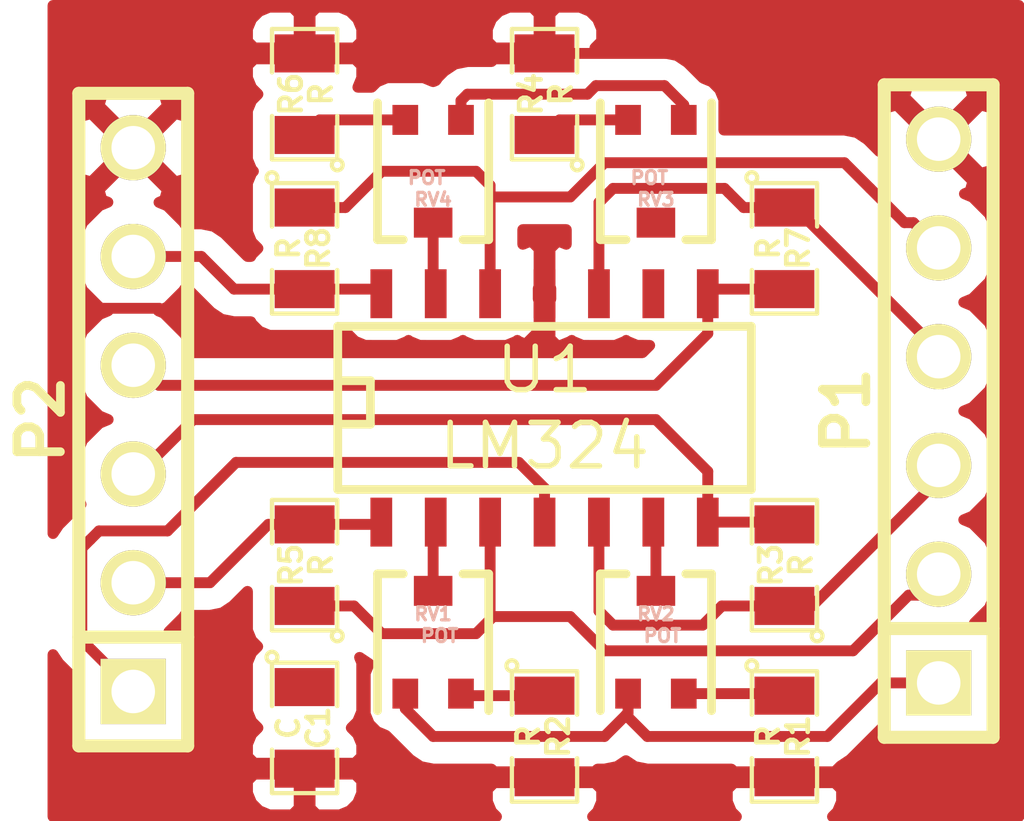
<source format=kicad_pcb>
(kicad_pcb (version 3) (host pcbnew "(2013-04-19 BZR 4011)-stable")

  (general
    (links 38)
    (no_connects 4)
    (area 0 0 0 0)
    (thickness 1.6)
    (drawings 0)
    (tracks 123)
    (zones 0)
    (modules 16)
    (nets 19)
  )

  (page A3)
  (layers
    (15 F.Cu signal)
    (0 B.Cu signal)
    (16 B.Adhes user)
    (17 F.Adhes user)
    (18 B.Paste user)
    (19 F.Paste user)
    (20 B.SilkS user)
    (21 F.SilkS user)
    (22 B.Mask user)
    (23 F.Mask user)
    (24 Dwgs.User user)
    (25 Cmts.User user)
    (26 Eco1.User user)
    (27 Eco2.User user)
    (28 Edge.Cuts user)
  )

  (setup
    (last_trace_width 0.254)
    (trace_clearance 0.254)
    (zone_clearance 0.508)
    (zone_45_only no)
    (trace_min 0.254)
    (segment_width 0.2)
    (edge_width 0.1)
    (via_size 0.889)
    (via_drill 0.635)
    (via_min_size 0.889)
    (via_min_drill 0.508)
    (uvia_size 0.508)
    (uvia_drill 0.127)
    (uvias_allowed no)
    (uvia_min_size 0.508)
    (uvia_min_drill 0.127)
    (pcb_text_width 0.3)
    (pcb_text_size 1.5 1.5)
    (mod_edge_width 0.15)
    (mod_text_size 1 1)
    (mod_text_width 0.15)
    (pad_size 1.5 1.5)
    (pad_drill 0.6)
    (pad_to_mask_clearance 0)
    (aux_axis_origin 0 0)
    (visible_elements FFFFFBBF)
    (pcbplotparams
      (layerselection 3178497)
      (usegerberextensions true)
      (excludeedgelayer true)
      (linewidth 152400)
      (plotframeref false)
      (viasonmask false)
      (mode 1)
      (useauxorigin false)
      (hpglpennumber 1)
      (hpglpenspeed 20)
      (hpglpendiameter 15)
      (hpglpenoverlay 2)
      (psnegative false)
      (psa4output false)
      (plotreference true)
      (plotvalue true)
      (plotothertext true)
      (plotinvisibletext false)
      (padsonsilk false)
      (subtractmaskfromsilk false)
      (outputformat 1)
      (mirror false)
      (drillshape 1)
      (scaleselection 1)
      (outputdirectory ""))
  )

  (net 0 "")
  (net 1 +3.3V)
  (net 2 /IN_1)
  (net 3 /IN_2)
  (net 4 /IN_3)
  (net 5 /IN_4)
  (net 6 /OUT_1)
  (net 7 /OUT_2)
  (net 8 /OUT_3)
  (net 9 /OUT_4)
  (net 10 GND)
  (net 11 N-0000012)
  (net 12 N-0000013)
  (net 13 N-0000014)
  (net 14 N-0000016)
  (net 15 N-0000018)
  (net 16 N-000002)
  (net 17 N-000005)
  (net 18 N-000007)

  (net_class Default "Esta é a classe de net default."
    (clearance 0.254)
    (trace_width 0.254)
    (via_dia 0.889)
    (via_drill 0.635)
    (uvia_dia 0.508)
    (uvia_drill 0.127)
    (add_net "")
    (add_net +3.3V)
    (add_net /IN_1)
    (add_net /IN_2)
    (add_net /IN_3)
    (add_net /IN_4)
    (add_net /OUT_1)
    (add_net /OUT_2)
    (add_net /OUT_3)
    (add_net /OUT_4)
    (add_net GND)
    (add_net N-0000012)
    (add_net N-0000013)
    (add_net N-0000014)
    (add_net N-0000016)
    (add_net N-0000018)
    (add_net N-000002)
    (add_net N-000005)
    (add_net N-000007)
  )

  (module SO14E (layer F.Cu) (tedit 42806FBF) (tstamp 51C623CF)
    (at 144.2 93)
    (descr "module CMS SOJ 14 pins etroit")
    (tags "CMS SOJ")
    (path /51C6217F)
    (attr smd)
    (fp_text reference U1 (at 0 -0.762) (layer F.SilkS)
      (effects (font (size 1.016 1.143) (thickness 0.127)))
    )
    (fp_text value LM324 (at 0 1.016) (layer F.SilkS)
      (effects (font (size 1.016 1.016) (thickness 0.127)))
    )
    (fp_line (start -4.826 -1.778) (end 4.826 -1.778) (layer F.SilkS) (width 0.2032))
    (fp_line (start 4.826 -1.778) (end 4.826 2.032) (layer F.SilkS) (width 0.2032))
    (fp_line (start 4.826 2.032) (end -4.826 2.032) (layer F.SilkS) (width 0.2032))
    (fp_line (start -4.826 2.032) (end -4.826 -1.778) (layer F.SilkS) (width 0.2032))
    (fp_line (start -4.826 -0.508) (end -4.064 -0.508) (layer F.SilkS) (width 0.2032))
    (fp_line (start -4.064 -0.508) (end -4.064 0.508) (layer F.SilkS) (width 0.2032))
    (fp_line (start -4.064 0.508) (end -4.826 0.508) (layer F.SilkS) (width 0.2032))
    (pad 1 smd rect (at -3.81 2.794) (size 0.508 1.143)
      (layers F.Cu F.Paste F.Mask)
      (net 6 /OUT_1)
    )
    (pad 2 smd rect (at -2.54 2.794) (size 0.508 1.143)
      (layers F.Cu F.Paste F.Mask)
      (net 13 N-0000014)
    )
    (pad 3 smd rect (at -1.27 2.794) (size 0.508 1.143)
      (layers F.Cu F.Paste F.Mask)
      (net 2 /IN_1)
    )
    (pad 4 smd rect (at 0 2.794) (size 0.508 1.143)
      (layers F.Cu F.Paste F.Mask)
      (net 1 +3.3V)
    )
    (pad 5 smd rect (at 1.27 2.794) (size 0.508 1.143)
      (layers F.Cu F.Paste F.Mask)
      (net 4 /IN_3)
    )
    (pad 6 smd rect (at 2.54 2.794) (size 0.508 1.143)
      (layers F.Cu F.Paste F.Mask)
      (net 17 N-000005)
    )
    (pad 7 smd rect (at 3.81 2.794) (size 0.508 1.143)
      (layers F.Cu F.Paste F.Mask)
      (net 8 /OUT_3)
    )
    (pad 8 smd rect (at 3.81 -2.54) (size 0.508 1.143)
      (layers F.Cu F.Paste F.Mask)
      (net 7 /OUT_2)
    )
    (pad 9 smd rect (at 2.54 -2.54) (size 0.508 1.143)
      (layers F.Cu F.Paste F.Mask)
      (net 18 N-000007)
    )
    (pad 10 smd rect (at 1.27 -2.54) (size 0.508 1.143)
      (layers F.Cu F.Paste F.Mask)
      (net 3 /IN_2)
    )
    (pad 11 smd rect (at 0 -2.54) (size 0.508 1.143)
      (layers F.Cu F.Paste F.Mask)
      (net 10 GND)
    )
    (pad 12 smd rect (at -1.27 -2.54) (size 0.508 1.143)
      (layers F.Cu F.Paste F.Mask)
      (net 5 /IN_4)
    )
    (pad 13 smd rect (at -2.54 -2.54) (size 0.508 1.143)
      (layers F.Cu F.Paste F.Mask)
      (net 11 N-0000012)
    )
    (pad 14 smd rect (at -3.81 -2.54) (size 0.508 1.143)
      (layers F.Cu F.Paste F.Mask)
      (net 9 /OUT_4)
    )
    (model smd/cms_so14.wrl
      (at (xyz 0 0 0))
      (scale (xyz 0.5 0.3 0.5))
      (rotate (xyz 0 0 0))
    )
  )

  (module SM0805 (layer F.Cu) (tedit 5091495C) (tstamp 51C623DC)
    (at 138.6 96.8 90)
    (path /51C61457)
    (attr smd)
    (fp_text reference R5 (at 0 -0.3175 90) (layer F.SilkS)
      (effects (font (size 0.50038 0.50038) (thickness 0.10922)))
    )
    (fp_text value R (at 0 0.381 90) (layer F.SilkS)
      (effects (font (size 0.50038 0.50038) (thickness 0.10922)))
    )
    (fp_circle (center -1.651 0.762) (end -1.651 0.635) (layer F.SilkS) (width 0.09906))
    (fp_line (start -0.508 0.762) (end -1.524 0.762) (layer F.SilkS) (width 0.09906))
    (fp_line (start -1.524 0.762) (end -1.524 -0.762) (layer F.SilkS) (width 0.09906))
    (fp_line (start -1.524 -0.762) (end -0.508 -0.762) (layer F.SilkS) (width 0.09906))
    (fp_line (start 0.508 -0.762) (end 1.524 -0.762) (layer F.SilkS) (width 0.09906))
    (fp_line (start 1.524 -0.762) (end 1.524 0.762) (layer F.SilkS) (width 0.09906))
    (fp_line (start 1.524 0.762) (end 0.508 0.762) (layer F.SilkS) (width 0.09906))
    (pad 1 smd rect (at -0.9525 0 90) (size 0.889 1.397)
      (layers F.Cu F.Paste F.Mask)
      (net 2 /IN_1)
    )
    (pad 2 smd rect (at 0.9525 0 90) (size 0.889 1.397)
      (layers F.Cu F.Paste F.Mask)
      (net 6 /OUT_1)
    )
    (model smd/chip_cms.wrl
      (at (xyz 0 0 0))
      (scale (xyz 0.1 0.1 0.1))
      (rotate (xyz 0 0 0))
    )
  )

  (module SM0805 (layer F.Cu) (tedit 5091495C) (tstamp 51C623E9)
    (at 144.2 100.8 270)
    (path /51C61476)
    (attr smd)
    (fp_text reference R2 (at 0 -0.3175 270) (layer F.SilkS)
      (effects (font (size 0.50038 0.50038) (thickness 0.10922)))
    )
    (fp_text value R (at 0 0.381 270) (layer F.SilkS)
      (effects (font (size 0.50038 0.50038) (thickness 0.10922)))
    )
    (fp_circle (center -1.651 0.762) (end -1.651 0.635) (layer F.SilkS) (width 0.09906))
    (fp_line (start -0.508 0.762) (end -1.524 0.762) (layer F.SilkS) (width 0.09906))
    (fp_line (start -1.524 0.762) (end -1.524 -0.762) (layer F.SilkS) (width 0.09906))
    (fp_line (start -1.524 -0.762) (end -0.508 -0.762) (layer F.SilkS) (width 0.09906))
    (fp_line (start 0.508 -0.762) (end 1.524 -0.762) (layer F.SilkS) (width 0.09906))
    (fp_line (start 1.524 -0.762) (end 1.524 0.762) (layer F.SilkS) (width 0.09906))
    (fp_line (start 1.524 0.762) (end 0.508 0.762) (layer F.SilkS) (width 0.09906))
    (pad 1 smd rect (at -0.9525 0 270) (size 0.889 1.397)
      (layers F.Cu F.Paste F.Mask)
      (net 14 N-0000016)
    )
    (pad 2 smd rect (at 0.9525 0 270) (size 0.889 1.397)
      (layers F.Cu F.Paste F.Mask)
      (net 10 GND)
    )
    (model smd/chip_cms.wrl
      (at (xyz 0 0 0))
      (scale (xyz 0.1 0.1 0.1))
      (rotate (xyz 0 0 0))
    )
  )

  (module SM0805 (layer F.Cu) (tedit 5091495C) (tstamp 51C623F6)
    (at 149.8 89.4 270)
    (path /51C62250)
    (attr smd)
    (fp_text reference R7 (at 0 -0.3175 270) (layer F.SilkS)
      (effects (font (size 0.50038 0.50038) (thickness 0.10922)))
    )
    (fp_text value R (at 0 0.381 270) (layer F.SilkS)
      (effects (font (size 0.50038 0.50038) (thickness 0.10922)))
    )
    (fp_circle (center -1.651 0.762) (end -1.651 0.635) (layer F.SilkS) (width 0.09906))
    (fp_line (start -0.508 0.762) (end -1.524 0.762) (layer F.SilkS) (width 0.09906))
    (fp_line (start -1.524 0.762) (end -1.524 -0.762) (layer F.SilkS) (width 0.09906))
    (fp_line (start -1.524 -0.762) (end -0.508 -0.762) (layer F.SilkS) (width 0.09906))
    (fp_line (start 0.508 -0.762) (end 1.524 -0.762) (layer F.SilkS) (width 0.09906))
    (fp_line (start 1.524 -0.762) (end 1.524 0.762) (layer F.SilkS) (width 0.09906))
    (fp_line (start 1.524 0.762) (end 0.508 0.762) (layer F.SilkS) (width 0.09906))
    (pad 1 smd rect (at -0.9525 0 270) (size 0.889 1.397)
      (layers F.Cu F.Paste F.Mask)
      (net 3 /IN_2)
    )
    (pad 2 smd rect (at 0.9525 0 270) (size 0.889 1.397)
      (layers F.Cu F.Paste F.Mask)
      (net 7 /OUT_2)
    )
    (model smd/chip_cms.wrl
      (at (xyz 0 0 0))
      (scale (xyz 0.1 0.1 0.1))
      (rotate (xyz 0 0 0))
    )
  )

  (module SM0805 (layer F.Cu) (tedit 5091495C) (tstamp 51C62403)
    (at 144.2 85.8 90)
    (path /51C62256)
    (attr smd)
    (fp_text reference R4 (at 0 -0.3175 90) (layer F.SilkS)
      (effects (font (size 0.50038 0.50038) (thickness 0.10922)))
    )
    (fp_text value R (at 0 0.381 90) (layer F.SilkS)
      (effects (font (size 0.50038 0.50038) (thickness 0.10922)))
    )
    (fp_circle (center -1.651 0.762) (end -1.651 0.635) (layer F.SilkS) (width 0.09906))
    (fp_line (start -0.508 0.762) (end -1.524 0.762) (layer F.SilkS) (width 0.09906))
    (fp_line (start -1.524 0.762) (end -1.524 -0.762) (layer F.SilkS) (width 0.09906))
    (fp_line (start -1.524 -0.762) (end -0.508 -0.762) (layer F.SilkS) (width 0.09906))
    (fp_line (start 0.508 -0.762) (end 1.524 -0.762) (layer F.SilkS) (width 0.09906))
    (fp_line (start 1.524 -0.762) (end 1.524 0.762) (layer F.SilkS) (width 0.09906))
    (fp_line (start 1.524 0.762) (end 0.508 0.762) (layer F.SilkS) (width 0.09906))
    (pad 1 smd rect (at -0.9525 0 90) (size 0.889 1.397)
      (layers F.Cu F.Paste F.Mask)
      (net 15 N-0000018)
    )
    (pad 2 smd rect (at 0.9525 0 90) (size 0.889 1.397)
      (layers F.Cu F.Paste F.Mask)
      (net 10 GND)
    )
    (model smd/chip_cms.wrl
      (at (xyz 0 0 0))
      (scale (xyz 0.1 0.1 0.1))
      (rotate (xyz 0 0 0))
    )
  )

  (module SM0805 (layer F.Cu) (tedit 5091495C) (tstamp 51C62410)
    (at 149.8 96.8 90)
    (path /51C62288)
    (attr smd)
    (fp_text reference R3 (at 0 -0.3175 90) (layer F.SilkS)
      (effects (font (size 0.50038 0.50038) (thickness 0.10922)))
    )
    (fp_text value R (at 0 0.381 90) (layer F.SilkS)
      (effects (font (size 0.50038 0.50038) (thickness 0.10922)))
    )
    (fp_circle (center -1.651 0.762) (end -1.651 0.635) (layer F.SilkS) (width 0.09906))
    (fp_line (start -0.508 0.762) (end -1.524 0.762) (layer F.SilkS) (width 0.09906))
    (fp_line (start -1.524 0.762) (end -1.524 -0.762) (layer F.SilkS) (width 0.09906))
    (fp_line (start -1.524 -0.762) (end -0.508 -0.762) (layer F.SilkS) (width 0.09906))
    (fp_line (start 0.508 -0.762) (end 1.524 -0.762) (layer F.SilkS) (width 0.09906))
    (fp_line (start 1.524 -0.762) (end 1.524 0.762) (layer F.SilkS) (width 0.09906))
    (fp_line (start 1.524 0.762) (end 0.508 0.762) (layer F.SilkS) (width 0.09906))
    (pad 1 smd rect (at -0.9525 0 90) (size 0.889 1.397)
      (layers F.Cu F.Paste F.Mask)
      (net 4 /IN_3)
    )
    (pad 2 smd rect (at 0.9525 0 90) (size 0.889 1.397)
      (layers F.Cu F.Paste F.Mask)
      (net 8 /OUT_3)
    )
    (model smd/chip_cms.wrl
      (at (xyz 0 0 0))
      (scale (xyz 0.1 0.1 0.1))
      (rotate (xyz 0 0 0))
    )
  )

  (module SM0805 (layer F.Cu) (tedit 5091495C) (tstamp 51C6241D)
    (at 149.8 100.8 270)
    (path /51C6228E)
    (attr smd)
    (fp_text reference R1 (at 0 -0.3175 270) (layer F.SilkS)
      (effects (font (size 0.50038 0.50038) (thickness 0.10922)))
    )
    (fp_text value R (at 0 0.381 270) (layer F.SilkS)
      (effects (font (size 0.50038 0.50038) (thickness 0.10922)))
    )
    (fp_circle (center -1.651 0.762) (end -1.651 0.635) (layer F.SilkS) (width 0.09906))
    (fp_line (start -0.508 0.762) (end -1.524 0.762) (layer F.SilkS) (width 0.09906))
    (fp_line (start -1.524 0.762) (end -1.524 -0.762) (layer F.SilkS) (width 0.09906))
    (fp_line (start -1.524 -0.762) (end -0.508 -0.762) (layer F.SilkS) (width 0.09906))
    (fp_line (start 0.508 -0.762) (end 1.524 -0.762) (layer F.SilkS) (width 0.09906))
    (fp_line (start 1.524 -0.762) (end 1.524 0.762) (layer F.SilkS) (width 0.09906))
    (fp_line (start 1.524 0.762) (end 0.508 0.762) (layer F.SilkS) (width 0.09906))
    (pad 1 smd rect (at -0.9525 0 270) (size 0.889 1.397)
      (layers F.Cu F.Paste F.Mask)
      (net 16 N-000002)
    )
    (pad 2 smd rect (at 0.9525 0 270) (size 0.889 1.397)
      (layers F.Cu F.Paste F.Mask)
      (net 10 GND)
    )
    (model smd/chip_cms.wrl
      (at (xyz 0 0 0))
      (scale (xyz 0.1 0.1 0.1))
      (rotate (xyz 0 0 0))
    )
  )

  (module SM0805 (layer F.Cu) (tedit 5091495C) (tstamp 51C6242A)
    (at 138.6 89.4 270)
    (path /51C622C0)
    (attr smd)
    (fp_text reference R8 (at 0 -0.3175 270) (layer F.SilkS)
      (effects (font (size 0.50038 0.50038) (thickness 0.10922)))
    )
    (fp_text value R (at 0 0.381 270) (layer F.SilkS)
      (effects (font (size 0.50038 0.50038) (thickness 0.10922)))
    )
    (fp_circle (center -1.651 0.762) (end -1.651 0.635) (layer F.SilkS) (width 0.09906))
    (fp_line (start -0.508 0.762) (end -1.524 0.762) (layer F.SilkS) (width 0.09906))
    (fp_line (start -1.524 0.762) (end -1.524 -0.762) (layer F.SilkS) (width 0.09906))
    (fp_line (start -1.524 -0.762) (end -0.508 -0.762) (layer F.SilkS) (width 0.09906))
    (fp_line (start 0.508 -0.762) (end 1.524 -0.762) (layer F.SilkS) (width 0.09906))
    (fp_line (start 1.524 -0.762) (end 1.524 0.762) (layer F.SilkS) (width 0.09906))
    (fp_line (start 1.524 0.762) (end 0.508 0.762) (layer F.SilkS) (width 0.09906))
    (pad 1 smd rect (at -0.9525 0 270) (size 0.889 1.397)
      (layers F.Cu F.Paste F.Mask)
      (net 5 /IN_4)
    )
    (pad 2 smd rect (at 0.9525 0 270) (size 0.889 1.397)
      (layers F.Cu F.Paste F.Mask)
      (net 9 /OUT_4)
    )
    (model smd/chip_cms.wrl
      (at (xyz 0 0 0))
      (scale (xyz 0.1 0.1 0.1))
      (rotate (xyz 0 0 0))
    )
  )

  (module SM0805 (layer F.Cu) (tedit 5091495C) (tstamp 51C62437)
    (at 138.6 85.8 90)
    (path /51C622C6)
    (attr smd)
    (fp_text reference R6 (at 0 -0.3175 90) (layer F.SilkS)
      (effects (font (size 0.50038 0.50038) (thickness 0.10922)))
    )
    (fp_text value R (at 0 0.381 90) (layer F.SilkS)
      (effects (font (size 0.50038 0.50038) (thickness 0.10922)))
    )
    (fp_circle (center -1.651 0.762) (end -1.651 0.635) (layer F.SilkS) (width 0.09906))
    (fp_line (start -0.508 0.762) (end -1.524 0.762) (layer F.SilkS) (width 0.09906))
    (fp_line (start -1.524 0.762) (end -1.524 -0.762) (layer F.SilkS) (width 0.09906))
    (fp_line (start -1.524 -0.762) (end -0.508 -0.762) (layer F.SilkS) (width 0.09906))
    (fp_line (start 0.508 -0.762) (end 1.524 -0.762) (layer F.SilkS) (width 0.09906))
    (fp_line (start 1.524 -0.762) (end 1.524 0.762) (layer F.SilkS) (width 0.09906))
    (fp_line (start 1.524 0.762) (end 0.508 0.762) (layer F.SilkS) (width 0.09906))
    (pad 1 smd rect (at -0.9525 0 90) (size 0.889 1.397)
      (layers F.Cu F.Paste F.Mask)
      (net 12 N-0000013)
    )
    (pad 2 smd rect (at 0.9525 0 90) (size 0.889 1.397)
      (layers F.Cu F.Paste F.Mask)
      (net 10 GND)
    )
    (model smd/chip_cms.wrl
      (at (xyz 0 0 0))
      (scale (xyz 0.1 0.1 0.1))
      (rotate (xyz 0 0 0))
    )
  )

  (module PIN_ARRAY-6X1 (layer F.Cu) (tedit 41402119) (tstamp 51C6247E)
    (at 134.6 93.4 90)
    (descr "Connecteur 6 pins")
    (tags "CONN DEV")
    (path /51C616AB)
    (fp_text reference P2 (at 0 -2.159 90) (layer F.SilkS)
      (effects (font (size 1.016 1.016) (thickness 0.2032)))
    )
    (fp_text value CONN_6 (at 0 2.159 90) (layer F.SilkS) hide
      (effects (font (size 1.016 0.889) (thickness 0.2032)))
    )
    (fp_line (start -7.62 1.27) (end -7.62 -1.27) (layer F.SilkS) (width 0.3048))
    (fp_line (start -7.62 -1.27) (end 7.62 -1.27) (layer F.SilkS) (width 0.3048))
    (fp_line (start 7.62 -1.27) (end 7.62 1.27) (layer F.SilkS) (width 0.3048))
    (fp_line (start 7.62 1.27) (end -7.62 1.27) (layer F.SilkS) (width 0.3048))
    (fp_line (start -5.08 1.27) (end -5.08 -1.27) (layer F.SilkS) (width 0.3048))
    (pad 1 thru_hole rect (at -6.35 0 90) (size 1.524 1.524) (drill 1.016)
      (layers *.Cu *.Mask F.SilkS)
      (net 1 +3.3V)
    )
    (pad 2 thru_hole circle (at -3.81 0 90) (size 1.524 1.524) (drill 1.016)
      (layers *.Cu *.Mask F.SilkS)
      (net 6 /OUT_1)
    )
    (pad 3 thru_hole circle (at -1.27 0 90) (size 1.524 1.524) (drill 1.016)
      (layers *.Cu *.Mask F.SilkS)
      (net 8 /OUT_3)
    )
    (pad 4 thru_hole circle (at 1.27 0 90) (size 1.524 1.524) (drill 1.016)
      (layers *.Cu *.Mask F.SilkS)
      (net 7 /OUT_2)
    )
    (pad 5 thru_hole circle (at 3.81 0 90) (size 1.524 1.524) (drill 1.016)
      (layers *.Cu *.Mask F.SilkS)
      (net 9 /OUT_4)
    )
    (pad 6 thru_hole circle (at 6.35 0 90) (size 1.524 1.524) (drill 1.016)
      (layers *.Cu *.Mask F.SilkS)
      (net 10 GND)
    )
    (model pin_array/pins_array_6x1.wrl
      (at (xyz 0 0 0))
      (scale (xyz 1 1 1))
      (rotate (xyz 0 0 0))
    )
  )

  (module PIN_ARRAY-6X1 (layer F.Cu) (tedit 41402119) (tstamp 51C6248D)
    (at 153.4 93.2 90)
    (descr "Connecteur 6 pins")
    (tags "CONN DEV")
    (path /51C616B8)
    (fp_text reference P1 (at 0 -2.159 90) (layer F.SilkS)
      (effects (font (size 1.016 1.016) (thickness 0.2032)))
    )
    (fp_text value CONN_6 (at 0 2.159 90) (layer F.SilkS) hide
      (effects (font (size 1.016 0.889) (thickness 0.2032)))
    )
    (fp_line (start -7.62 1.27) (end -7.62 -1.27) (layer F.SilkS) (width 0.3048))
    (fp_line (start -7.62 -1.27) (end 7.62 -1.27) (layer F.SilkS) (width 0.3048))
    (fp_line (start 7.62 -1.27) (end 7.62 1.27) (layer F.SilkS) (width 0.3048))
    (fp_line (start 7.62 1.27) (end -7.62 1.27) (layer F.SilkS) (width 0.3048))
    (fp_line (start -5.08 1.27) (end -5.08 -1.27) (layer F.SilkS) (width 0.3048))
    (pad 1 thru_hole rect (at -6.35 0 90) (size 1.524 1.524) (drill 1.016)
      (layers *.Cu *.Mask F.SilkS)
      (net 1 +3.3V)
    )
    (pad 2 thru_hole circle (at -3.81 0 90) (size 1.524 1.524) (drill 1.016)
      (layers *.Cu *.Mask F.SilkS)
      (net 2 /IN_1)
    )
    (pad 3 thru_hole circle (at -1.27 0 90) (size 1.524 1.524) (drill 1.016)
      (layers *.Cu *.Mask F.SilkS)
      (net 4 /IN_3)
    )
    (pad 4 thru_hole circle (at 1.27 0 90) (size 1.524 1.524) (drill 1.016)
      (layers *.Cu *.Mask F.SilkS)
      (net 3 /IN_2)
    )
    (pad 5 thru_hole circle (at 3.81 0 90) (size 1.524 1.524) (drill 1.016)
      (layers *.Cu *.Mask F.SilkS)
      (net 5 /IN_4)
    )
    (pad 6 thru_hole circle (at 6.35 0 90) (size 1.524 1.524) (drill 1.016)
      (layers *.Cu *.Mask F.SilkS)
      (net 10 GND)
    )
    (model pin_array/pins_array_6x1.wrl
      (at (xyz 0 0 0))
      (scale (xyz 1 1 1))
      (rotate (xyz 0 0 0))
    )
  )

  (module TRIMPOT-Farnell (layer F.Cu) (tedit 51C60DEF) (tstamp 51C62445)
    (at 141.6 98.6)
    (path /51C61510)
    (attr smd)
    (fp_text reference RV1 (at 0 -0.6604) (layer B.SilkS)
      (effects (font (size 0.3048 0.3048) (thickness 0.0889)))
    )
    (fp_text value POT (at 0.1524 -0.1524) (layer B.SilkS)
      (effects (font (size 0.3048 0.3048) (thickness 0.0889)))
    )
    (fp_line (start -0.69822 -1.59766) (end -1.29766 -1.59766) (layer F.SilkS) (width 0.2032))
    (fp_line (start -1.29766 -1.59766) (end -1.29766 1.59766) (layer F.SilkS) (width 0.2032))
    (fp_line (start 0.69822 -1.59766) (end 1.29766 -1.59766) (layer F.SilkS) (width 0.2032))
    (fp_line (start 1.29766 -1.59766) (end 1.29766 1.59766) (layer F.SilkS) (width 0.2032))
    (pad 1 smd rect (at -0.65 1.2) (size 0.6 0.7)
      (layers F.Cu F.Paste F.Mask)
      (net 1 +3.3V)
    )
    (pad 2 smd rect (at 0 -1.2) (size 0.9 0.7)
      (layers F.Cu F.Paste F.Mask)
      (net 13 N-0000014)
    )
    (pad 3 smd rect (at 0.65 1.2) (size 0.6 0.7)
      (layers F.Cu F.Paste F.Mask)
      (net 14 N-0000016)
    )
  )

  (module TRIMPOT-Farnell (layer F.Cu) (tedit 51C60DEF) (tstamp 51C62453)
    (at 146.8 87.6 180)
    (path /51C6225C)
    (attr smd)
    (fp_text reference RV3 (at 0 -0.6604 180) (layer B.SilkS)
      (effects (font (size 0.3048 0.3048) (thickness 0.0889)))
    )
    (fp_text value POT (at 0.1524 -0.1524 180) (layer B.SilkS)
      (effects (font (size 0.3048 0.3048) (thickness 0.0889)))
    )
    (fp_line (start -0.69822 -1.59766) (end -1.29766 -1.59766) (layer F.SilkS) (width 0.2032))
    (fp_line (start -1.29766 -1.59766) (end -1.29766 1.59766) (layer F.SilkS) (width 0.2032))
    (fp_line (start 0.69822 -1.59766) (end 1.29766 -1.59766) (layer F.SilkS) (width 0.2032))
    (fp_line (start 1.29766 -1.59766) (end 1.29766 1.59766) (layer F.SilkS) (width 0.2032))
    (pad 1 smd rect (at -0.65 1.2 180) (size 0.6 0.7)
      (layers F.Cu F.Paste F.Mask)
      (net 1 +3.3V)
    )
    (pad 2 smd rect (at 0 -1.2 180) (size 0.9 0.7)
      (layers F.Cu F.Paste F.Mask)
      (net 18 N-000007)
    )
    (pad 3 smd rect (at 0.65 1.2 180) (size 0.6 0.7)
      (layers F.Cu F.Paste F.Mask)
      (net 15 N-0000018)
    )
  )

  (module TRIMPOT-Farnell (layer F.Cu) (tedit 51C60DEF) (tstamp 51C62461)
    (at 146.8 98.6)
    (path /51C62294)
    (attr smd)
    (fp_text reference RV2 (at 0 -0.6604) (layer B.SilkS)
      (effects (font (size 0.3048 0.3048) (thickness 0.0889)))
    )
    (fp_text value POT (at 0.1524 -0.1524) (layer B.SilkS)
      (effects (font (size 0.3048 0.3048) (thickness 0.0889)))
    )
    (fp_line (start -0.69822 -1.59766) (end -1.29766 -1.59766) (layer F.SilkS) (width 0.2032))
    (fp_line (start -1.29766 -1.59766) (end -1.29766 1.59766) (layer F.SilkS) (width 0.2032))
    (fp_line (start 0.69822 -1.59766) (end 1.29766 -1.59766) (layer F.SilkS) (width 0.2032))
    (fp_line (start 1.29766 -1.59766) (end 1.29766 1.59766) (layer F.SilkS) (width 0.2032))
    (pad 1 smd rect (at -0.65 1.2) (size 0.6 0.7)
      (layers F.Cu F.Paste F.Mask)
      (net 1 +3.3V)
    )
    (pad 2 smd rect (at 0 -1.2) (size 0.9 0.7)
      (layers F.Cu F.Paste F.Mask)
      (net 17 N-000005)
    )
    (pad 3 smd rect (at 0.65 1.2) (size 0.6 0.7)
      (layers F.Cu F.Paste F.Mask)
      (net 16 N-000002)
    )
  )

  (module TRIMPOT-Farnell (layer F.Cu) (tedit 51C60DEF) (tstamp 51C6246F)
    (at 141.6 87.6 180)
    (path /51C622CC)
    (attr smd)
    (fp_text reference RV4 (at 0 -0.6604 180) (layer B.SilkS)
      (effects (font (size 0.3048 0.3048) (thickness 0.0889)))
    )
    (fp_text value POT (at 0.1524 -0.1524 180) (layer B.SilkS)
      (effects (font (size 0.3048 0.3048) (thickness 0.0889)))
    )
    (fp_line (start -0.69822 -1.59766) (end -1.29766 -1.59766) (layer F.SilkS) (width 0.2032))
    (fp_line (start -1.29766 -1.59766) (end -1.29766 1.59766) (layer F.SilkS) (width 0.2032))
    (fp_line (start 0.69822 -1.59766) (end 1.29766 -1.59766) (layer F.SilkS) (width 0.2032))
    (fp_line (start 1.29766 -1.59766) (end 1.29766 1.59766) (layer F.SilkS) (width 0.2032))
    (pad 1 smd rect (at -0.65 1.2 180) (size 0.6 0.7)
      (layers F.Cu F.Paste F.Mask)
      (net 1 +3.3V)
    )
    (pad 2 smd rect (at 0 -1.2 180) (size 0.9 0.7)
      (layers F.Cu F.Paste F.Mask)
      (net 11 N-0000012)
    )
    (pad 3 smd rect (at 0.65 1.2 180) (size 0.6 0.7)
      (layers F.Cu F.Paste F.Mask)
      (net 12 N-0000013)
    )
  )

  (module SM0805 (layer F.Cu) (tedit 5091495C) (tstamp 51C62AEB)
    (at 138.6 100.6 270)
    (path /51C62AB2)
    (attr smd)
    (fp_text reference C1 (at 0 -0.3175 270) (layer F.SilkS)
      (effects (font (size 0.50038 0.50038) (thickness 0.10922)))
    )
    (fp_text value C (at 0 0.381 270) (layer F.SilkS)
      (effects (font (size 0.50038 0.50038) (thickness 0.10922)))
    )
    (fp_circle (center -1.651 0.762) (end -1.651 0.635) (layer F.SilkS) (width 0.09906))
    (fp_line (start -0.508 0.762) (end -1.524 0.762) (layer F.SilkS) (width 0.09906))
    (fp_line (start -1.524 0.762) (end -1.524 -0.762) (layer F.SilkS) (width 0.09906))
    (fp_line (start -1.524 -0.762) (end -0.508 -0.762) (layer F.SilkS) (width 0.09906))
    (fp_line (start 0.508 -0.762) (end 1.524 -0.762) (layer F.SilkS) (width 0.09906))
    (fp_line (start 1.524 -0.762) (end 1.524 0.762) (layer F.SilkS) (width 0.09906))
    (fp_line (start 1.524 0.762) (end 0.508 0.762) (layer F.SilkS) (width 0.09906))
    (pad 1 smd rect (at -0.9525 0 270) (size 0.889 1.397)
      (layers F.Cu F.Paste F.Mask)
      (net 1 +3.3V)
    )
    (pad 2 smd rect (at 0.9525 0 270) (size 0.889 1.397)
      (layers F.Cu F.Paste F.Mask)
      (net 10 GND)
    )
    (model smd/chip_cms.wrl
      (at (xyz 0 0 0))
      (scale (xyz 0.1 0.1 0.1))
      (rotate (xyz 0 0 0))
    )
  )

  (segment (start 144.2 95.794) (end 144.2 95) (width 0.254) (layer F.Cu) (net 1) (status 400000))
  (segment (start 133.4 98.55) (end 134.6 99.75) (width 0.254) (layer F.Cu) (net 1) (tstamp 51C62B80) (status 800000))
  (segment (start 133.4 96.4) (end 133.4 98.55) (width 0.254) (layer F.Cu) (net 1) (tstamp 51C62B7E))
  (segment (start 133.6 96.2) (end 133.4 96.4) (width 0.254) (layer F.Cu) (net 1) (tstamp 51C62B7D))
  (segment (start 133.8 96) (end 133.6 96.2) (width 0.254) (layer F.Cu) (net 1) (tstamp 51C62B7C))
  (segment (start 135.4 96) (end 133.8 96) (width 0.254) (layer F.Cu) (net 1) (tstamp 51C62B7B))
  (segment (start 137 94.4) (end 135.4 96) (width 0.254) (layer F.Cu) (net 1) (tstamp 51C62B77))
  (segment (start 143.6 94.4) (end 137 94.4) (width 0.254) (layer F.Cu) (net 1) (tstamp 51C62B75))
  (segment (start 144.2 95) (end 143.6 94.4) (width 0.254) (layer F.Cu) (net 1) (tstamp 51C62B72))
  (segment (start 153.4 99.55) (end 152.05 99.55) (width 0.254) (layer F.Cu) (net 1))
  (segment (start 146.6 100.8) (end 146.1 100.3) (width 0.254) (layer F.Cu) (net 1) (tstamp 51C62A3C))
  (segment (start 150.8 100.8) (end 146.6 100.8) (width 0.254) (layer F.Cu) (net 1) (tstamp 51C62A3A))
  (segment (start 152.05 99.55) (end 150.8 100.8) (width 0.254) (layer F.Cu) (net 1) (tstamp 51C62A38))
  (segment (start 140.95 99.8) (end 140.95 100.15) (width 0.254) (layer F.Cu) (net 1))
  (segment (start 140.95 100.15) (end 141.6 100.8) (width 0.254) (layer F.Cu) (net 1) (tstamp 51C6288D))
  (segment (start 141.6 100.8) (end 145.6 100.8) (width 0.254) (layer F.Cu) (net 1) (tstamp 51C6288E))
  (segment (start 145.6 100.8) (end 146.1 100.3) (width 0.254) (layer F.Cu) (net 1) (tstamp 51C6288F))
  (segment (start 146.1 100.3) (end 146.15 100.25) (width 0.254) (layer F.Cu) (net 1) (tstamp 51C62A3F))
  (segment (start 146.15 100.25) (end 146.15 99.8) (width 0.254) (layer F.Cu) (net 1) (tstamp 51C62890))
  (segment (start 142.25 86.4) (end 142.25 85.95) (width 0.254) (layer F.Cu) (net 1))
  (segment (start 147.45 86.05) (end 147.45 86.4) (width 0.254) (layer F.Cu) (net 1) (tstamp 51C62669))
  (segment (start 147 85.6) (end 147.45 86.05) (width 0.254) (layer F.Cu) (net 1) (tstamp 51C62668))
  (segment (start 145.4 85.6) (end 147 85.6) (width 0.254) (layer F.Cu) (net 1) (tstamp 51C62667))
  (segment (start 145.2 85.8) (end 145.4 85.6) (width 0.254) (layer F.Cu) (net 1) (tstamp 51C62666))
  (segment (start 142.4 85.8) (end 145.2 85.8) (width 0.254) (layer F.Cu) (net 1) (tstamp 51C62665))
  (segment (start 142.25 85.95) (end 142.4 85.8) (width 0.254) (layer F.Cu) (net 1) (tstamp 51C62664))
  (segment (start 152.7 97.5) (end 152.91 97.5) (width 0.254) (layer F.Cu) (net 2))
  (segment (start 152.91 97.5) (end 153.4 97.01) (width 0.254) (layer F.Cu) (net 2) (tstamp 51C62A33))
  (segment (start 138.6 97.7525) (end 139.7525 97.7525) (width 0.254) (layer F.Cu) (net 2))
  (segment (start 142.6 98.4) (end 143 98) (width 0.254) (layer F.Cu) (net 2) (tstamp 51C6289C))
  (segment (start 140.4 98.4) (end 142.6 98.4) (width 0.254) (layer F.Cu) (net 2) (tstamp 51C6289B))
  (segment (start 139.7525 97.7525) (end 140.4 98.4) (width 0.254) (layer F.Cu) (net 2) (tstamp 51C6289A))
  (segment (start 144.8 98) (end 143 98) (width 0.254) (layer F.Cu) (net 2) (tstamp 51C627D4))
  (segment (start 143 98) (end 142.93 98) (width 0.254) (layer F.Cu) (net 2) (tstamp 51C627F7))
  (segment (start 145.6 98.8) (end 144.8 98) (width 0.254) (layer F.Cu) (net 2) (tstamp 51C627CF))
  (segment (start 151.4 98.8) (end 145.6 98.8) (width 0.254) (layer F.Cu) (net 2) (tstamp 51C627CB))
  (segment (start 152.7 97.5) (end 151.4 98.8) (width 0.254) (layer F.Cu) (net 2) (tstamp 51C62A31))
  (segment (start 142.93 95.794) (end 142.93 98) (width 0.254) (layer F.Cu) (net 2))
  (segment (start 149.8 88.4475) (end 150.0475 88.4475) (width 0.254) (layer F.Cu) (net 3))
  (segment (start 153.4 91.8) (end 153.4 91.93) (width 0.254) (layer F.Cu) (net 3) (tstamp 51C62A25))
  (segment (start 150.0475 88.4475) (end 153.4 91.8) (width 0.254) (layer F.Cu) (net 3) (tstamp 51C62A22))
  (segment (start 148.5 88.1) (end 148.4 88) (width 0.254) (layer F.Cu) (net 3))
  (segment (start 145.8 88) (end 145.47 88.33) (width 0.254) (layer F.Cu) (net 3) (tstamp 51C626B2))
  (segment (start 148.4 88) (end 145.8 88) (width 0.254) (layer F.Cu) (net 3) (tstamp 51C626B1))
  (segment (start 149.8 88.4475) (end 148.8475 88.4475) (width 0.254) (layer F.Cu) (net 3))
  (segment (start 145.47 88.33) (end 145.47 90.46) (width 0.254) (layer F.Cu) (net 3) (tstamp 51C626B7))
  (segment (start 148.8475 88.4475) (end 148.5 88.1) (width 0.254) (layer F.Cu) (net 3) (tstamp 51C6267E))
  (segment (start 153.4 94.47) (end 153.4 94.8) (width 0.254) (layer F.Cu) (net 4))
  (segment (start 150.4475 97.7525) (end 149.8 97.7525) (width 0.254) (layer F.Cu) (net 4) (tstamp 51C62A2C))
  (segment (start 153.4 94.8) (end 150.4475 97.7525) (width 0.254) (layer F.Cu) (net 4) (tstamp 51C62A29))
  (segment (start 149.8 97.7525) (end 148.339498 97.7525) (width 0.254) (layer F.Cu) (net 4))
  (segment (start 145.47 97.87) (end 145.47 95.794) (width 0.254) (layer F.Cu) (net 4) (tstamp 51C627DE))
  (segment (start 145.8 98.2) (end 145.47 97.87) (width 0.254) (layer F.Cu) (net 4) (tstamp 51C627DB))
  (segment (start 147.891998 98.2) (end 145.8 98.2) (width 0.254) (layer F.Cu) (net 4) (tstamp 51C627DA))
  (segment (start 148.339498 97.7525) (end 147.891998 98.2) (width 0.254) (layer F.Cu) (net 4) (tstamp 51C627D9))
  (segment (start 151.8 88) (end 152.6 88.8) (width 0.254) (layer F.Cu) (net 5))
  (segment (start 152.81 88.8) (end 153.4 89.39) (width 0.254) (layer F.Cu) (net 5) (tstamp 51C629FC))
  (segment (start 152.6 88.8) (end 152.81 88.8) (width 0.254) (layer F.Cu) (net 5) (tstamp 51C629FB))
  (segment (start 142.93 88.2) (end 144.8 88.2) (width 0.254) (layer F.Cu) (net 5))
  (segment (start 151.2 87.4) (end 151.8 88) (width 0.254) (layer F.Cu) (net 5) (tstamp 51C626BD))
  (segment (start 145.6 87.4) (end 151.2 87.4) (width 0.254) (layer F.Cu) (net 5) (tstamp 51C626BC))
  (segment (start 144.8 88.2) (end 145.6 87.4) (width 0.254) (layer F.Cu) (net 5) (tstamp 51C626BB))
  (segment (start 138.6 88.4475) (end 139.5525 88.4475) (width 0.254) (layer F.Cu) (net 5))
  (segment (start 142.93 87.93) (end 142.93 88.2) (width 0.254) (layer F.Cu) (net 5) (tstamp 51C62600))
  (segment (start 142.93 88.2) (end 142.93 90.46) (width 0.254) (layer F.Cu) (net 5) (tstamp 51C626B9))
  (segment (start 142.6 87.6) (end 142.93 87.93) (width 0.254) (layer F.Cu) (net 5) (tstamp 51C625FF))
  (segment (start 140.4 87.6) (end 142.6 87.6) (width 0.254) (layer F.Cu) (net 5) (tstamp 51C625FE))
  (segment (start 139.5525 88.4475) (end 140.4 87.6) (width 0.254) (layer F.Cu) (net 5) (tstamp 51C625FD))
  (segment (start 134.6 97.21) (end 136.39 97.21) (width 0.254) (layer F.Cu) (net 6) (status 400000))
  (segment (start 136.39 97.21) (end 137.7525 95.8475) (width 0.254) (layer F.Cu) (net 6) (tstamp 51C62B55))
  (segment (start 138.6 95.8475) (end 137.7525 95.8475) (width 0.254) (layer F.Cu) (net 6))
  (segment (start 138.6 95.8475) (end 140.3365 95.8475) (width 0.254) (layer F.Cu) (net 6))
  (segment (start 140.3365 95.8475) (end 140.39 95.794) (width 0.254) (layer F.Cu) (net 6) (tstamp 51C62791))
  (segment (start 134.6 92.13) (end 134.73 92.13) (width 0.254) (layer F.Cu) (net 7) (status C00000))
  (segment (start 134.73 92.13) (end 135.2 92.6) (width 0.254) (layer F.Cu) (net 7) (tstamp 51C62B45) (status 400000))
  (segment (start 148.01 91.39) (end 146.8 92.6) (width 0.254) (layer F.Cu) (net 7) (tstamp 51C628CF))
  (segment (start 146.8 92.6) (end 135.2 92.6) (width 0.254) (layer F.Cu) (net 7) (tstamp 51C628D5))
  (segment (start 148.01 90.46) (end 148.01 91.39) (width 0.254) (layer F.Cu) (net 7))
  (segment (start 149.8 90.3525) (end 148.1175 90.3525) (width 0.254) (layer F.Cu) (net 7))
  (segment (start 148.1175 90.3525) (end 148.01 90.46) (width 0.254) (layer F.Cu) (net 7) (tstamp 51C6267B))
  (segment (start 134.6 94.67) (end 134.73 94.67) (width 0.254) (layer F.Cu) (net 8) (status C00000))
  (segment (start 148.01 94.61) (end 148.01 95.794) (width 0.254) (layer F.Cu) (net 8) (tstamp 51C62B6E) (status 800000))
  (segment (start 146.8 93.4) (end 148.01 94.61) (width 0.254) (layer F.Cu) (net 8) (tstamp 51C62B68))
  (segment (start 136 93.4) (end 146.8 93.4) (width 0.254) (layer F.Cu) (net 8) (tstamp 51C62B65))
  (segment (start 134.73 94.67) (end 136 93.4) (width 0.254) (layer F.Cu) (net 8) (tstamp 51C62B60) (status 400000))
  (segment (start 148.01 95.794) (end 149.7465 95.794) (width 0.254) (layer F.Cu) (net 8))
  (segment (start 149.7465 95.794) (end 149.8 95.8475) (width 0.254) (layer F.Cu) (net 8) (tstamp 51C62799))
  (segment (start 134.6 89.59) (end 136.19 89.59) (width 0.254) (layer F.Cu) (net 9) (status 400000))
  (segment (start 136.9525 90.3525) (end 138.6 90.3525) (width 0.254) (layer F.Cu) (net 9) (tstamp 51C62B3C) (status 800000))
  (segment (start 136.19 89.59) (end 136.9525 90.3525) (width 0.254) (layer F.Cu) (net 9) (tstamp 51C62B39))
  (segment (start 138.6 90.3525) (end 140.2825 90.3525) (width 0.254) (layer F.Cu) (net 9))
  (segment (start 140.2825 90.3525) (end 140.39 90.46) (width 0.254) (layer F.Cu) (net 9) (tstamp 51C625FA))
  (segment (start 133.8 90.8) (end 133.2 90.2) (width 0.254) (layer F.Cu) (net 10))
  (segment (start 144.2 91.2) (end 143.6 91.8) (width 0.254) (layer F.Cu) (net 10) (tstamp 51C62B2F))
  (segment (start 143.6 91.8) (end 136.2 91.8) (width 0.254) (layer F.Cu) (net 10) (tstamp 51C62B30))
  (segment (start 136.2 91.8) (end 135.2 90.8) (width 0.254) (layer F.Cu) (net 10) (tstamp 51C62B31))
  (segment (start 135.2 90.8) (end 133.8 90.8) (width 0.254) (layer F.Cu) (net 10) (tstamp 51C62B32))
  (segment (start 144.2 90.46) (end 144.2 91.2) (width 0.254) (layer F.Cu) (net 10) (status 400000))
  (segment (start 133.2 88.45) (end 134.6 87.05) (width 0.254) (layer F.Cu) (net 10) (tstamp 51C62B40) (status 800000))
  (segment (start 133.2 90.2) (end 133.2 88.45) (width 0.254) (layer F.Cu) (net 10) (tstamp 51C62B3F))
  (segment (start 134.6 87.05) (end 134.6 87) (width 0.254) (layer F.Cu) (net 10) (status C00000))
  (segment (start 137.2 84.8) (end 137.2 84.8475) (width 0.254) (layer F.Cu) (net 10) (tstamp 51C62B2B))
  (segment (start 136.8 84.8) (end 137.2 84.8) (width 0.254) (layer F.Cu) (net 10) (tstamp 51C62B29))
  (segment (start 134.6 87) (end 136.8 84.8) (width 0.254) (layer F.Cu) (net 10) (tstamp 51C62B28) (status 400000))
  (segment (start 144.2 84.8475) (end 151.3975 84.8475) (width 0.254) (layer F.Cu) (net 10))
  (segment (start 151.3975 84.8475) (end 153.4 86.85) (width 0.254) (layer F.Cu) (net 10) (tstamp 51C62A01))
  (segment (start 149.8 101.7525) (end 144.2 101.7525) (width 0.254) (layer F.Cu) (net 10))
  (segment (start 138.6 84.8475) (end 144.2 84.8475) (width 0.254) (layer F.Cu) (net 10))
  (segment (start 137.2 84.8475) (end 138.6 84.8475) (width 0.254) (layer F.Cu) (net 10) (tstamp 51C62B2C))
  (segment (start 141.6 88.8) (end 141.6 90.4) (width 0.254) (layer F.Cu) (net 11))
  (segment (start 141.6 90.4) (end 141.66 90.46) (width 0.254) (layer F.Cu) (net 11) (tstamp 51C62603))
  (segment (start 140.95 86.4) (end 138.9525 86.4) (width 0.254) (layer F.Cu) (net 12))
  (segment (start 138.9525 86.4) (end 138.6 86.7525) (width 0.254) (layer F.Cu) (net 12) (tstamp 51C62661))
  (segment (start 141.6 97.4) (end 141.6 95.854) (width 0.254) (layer F.Cu) (net 13))
  (segment (start 141.6 95.854) (end 141.66 95.794) (width 0.254) (layer F.Cu) (net 13) (tstamp 51C6278B))
  (segment (start 144.2 99.8475) (end 142.2975 99.8475) (width 0.254) (layer F.Cu) (net 14))
  (segment (start 142.2975 99.8475) (end 142.25 99.8) (width 0.254) (layer F.Cu) (net 14) (tstamp 51C62885))
  (segment (start 146.15 86.4) (end 144.5525 86.4) (width 0.254) (layer F.Cu) (net 15))
  (segment (start 144.5525 86.4) (end 144.2 86.7525) (width 0.254) (layer F.Cu) (net 15) (tstamp 51C6266C))
  (segment (start 147.45 99.8) (end 149.7525 99.8) (width 0.254) (layer F.Cu) (net 16))
  (segment (start 149.7525 99.8) (end 149.8 99.8475) (width 0.254) (layer F.Cu) (net 16) (tstamp 51C62888))
  (segment (start 146.8 97.4) (end 146.8 95.854) (width 0.254) (layer F.Cu) (net 17))
  (segment (start 146.8 95.854) (end 146.74 95.794) (width 0.254) (layer F.Cu) (net 17) (tstamp 51C6278E))

  (zone (net 10) (net_name GND) (layer F.Cu) (tstamp 51C62B9A) (hatch edge 0.508)
    (connect_pads (clearance 0.508))
    (min_thickness 0.254)
    (fill (arc_segments 16) (thermal_gap 0.508) (thermal_bridge_width 0.508))
    (polygon
      (pts
        (xy 132.6 84.4) (xy 132.6 102.8) (xy 155.4 102.8) (xy 155.4 84) (xy 155.4 83.6)
        (xy 135.2 83.6) (xy 132.6 83.6) (xy 132.6 84.4)
      )
    )
    (filled_polygon
      (pts
        (xy 146.655759 91.66661) (xy 146.484369 91.838) (xy 135.990903 91.838) (xy 135.785009 91.339697) (xy 135.39237 90.946372)
        (xy 135.184485 90.86005) (xy 135.390303 90.775009) (xy 135.783628 90.38237) (xy 135.796238 90.352) (xy 135.874369 90.352)
        (xy 136.413684 90.891315) (xy 136.413685 90.891315) (xy 136.660895 91.056496) (xy 136.952499 91.114499) (xy 136.9525 91.1145)
        (xy 137.345617 91.1145) (xy 137.362859 91.156229) (xy 137.541332 91.335013) (xy 137.774636 91.431889) (xy 138.027255 91.43211)
        (xy 139.424255 91.43211) (xy 139.58672 91.364981) (xy 139.597359 91.390729) (xy 139.775832 91.569513) (xy 140.009136 91.666389)
        (xy 140.261755 91.66661) (xy 140.769755 91.66661) (xy 141.003229 91.570141) (xy 141.024881 91.548526) (xy 141.045832 91.569513)
        (xy 141.279136 91.666389) (xy 141.531755 91.66661) (xy 142.039755 91.66661) (xy 142.273229 91.570141) (xy 142.294881 91.548526)
        (xy 142.315832 91.569513) (xy 142.549136 91.666389) (xy 142.801755 91.66661) (xy 143.309755 91.66661) (xy 143.543229 91.570141)
        (xy 143.565 91.548407) (xy 143.586771 91.570141) (xy 143.820245 91.66661) (xy 143.91425 91.6665) (xy 144.073 91.50775)
        (xy 144.073 90.587) (xy 144.053 90.587) (xy 144.053 90.333) (xy 144.073 90.333) (xy 144.073 89.41225)
        (xy 143.91425 89.2535) (xy 143.820245 89.25339) (xy 143.692 89.306379) (xy 143.692 88.962) (xy 144.708 88.962)
        (xy 144.708 89.306379) (xy 144.579755 89.25339) (xy 144.48575 89.2535) (xy 144.327 89.41225) (xy 144.327 90.333)
        (xy 144.347 90.333) (xy 144.347 90.587) (xy 144.327 90.587) (xy 144.327 91.50775) (xy 144.48575 91.6665)
        (xy 144.579755 91.66661) (xy 144.813229 91.570141) (xy 144.834881 91.548526) (xy 144.855832 91.569513) (xy 145.089136 91.666389)
        (xy 145.341755 91.66661) (xy 145.849755 91.66661) (xy 146.083229 91.570141) (xy 146.104881 91.548526) (xy 146.125832 91.569513)
        (xy 146.359136 91.666389) (xy 146.611755 91.66661) (xy 146.655759 91.66661)
      )
    )
    (filled_polygon
      (pts
        (xy 155.273 102.673) (xy 154.809143 102.673) (xy 154.809143 87.057696) (xy 154.78136 86.502631) (xy 154.622396 86.118858)
        (xy 154.380212 86.049393) (xy 154.200607 86.228998) (xy 154.200607 85.869788) (xy 154.131142 85.627604) (xy 153.607696 85.440857)
        (xy 153.052631 85.46864) (xy 152.668858 85.627604) (xy 152.599393 85.869788) (xy 153.4 86.670395) (xy 154.200607 85.869788)
        (xy 154.200607 86.228998) (xy 153.579605 86.85) (xy 154.380212 87.650607) (xy 154.622396 87.581142) (xy 154.809143 87.057696)
        (xy 154.809143 102.673) (xy 150.920573 102.673) (xy 151.037141 102.556229) (xy 151.13361 102.322755) (xy 151.1335 102.03825)
        (xy 150.97475 101.8795) (xy 149.927 101.8795) (xy 149.927 101.8995) (xy 149.673 101.8995) (xy 149.673 101.8795)
        (xy 148.62525 101.8795) (xy 148.4665 102.03825) (xy 148.46639 102.322755) (xy 148.562859 102.556229) (xy 148.679426 102.673)
        (xy 145.320573 102.673) (xy 145.437141 102.556229) (xy 145.53361 102.322755) (xy 145.5335 102.03825) (xy 145.37475 101.8795)
        (xy 144.327 101.8795) (xy 144.327 101.8995) (xy 144.073 101.8995) (xy 144.073 101.8795) (xy 143.02525 101.8795)
        (xy 142.8665 102.03825) (xy 142.86639 102.322755) (xy 142.962859 102.556229) (xy 143.079426 102.673) (xy 139.93361 102.673)
        (xy 139.93361 102.122755) (xy 139.9335 101.83825) (xy 139.77475 101.6795) (xy 138.727 101.6795) (xy 138.727 102.47325)
        (xy 138.88575 102.632) (xy 139.172745 102.63211) (xy 139.425364 102.631889) (xy 139.658668 102.535013) (xy 139.837141 102.356229)
        (xy 139.93361 102.122755) (xy 139.93361 102.673) (xy 138.473 102.673) (xy 138.473 102.47325) (xy 138.473 101.6795)
        (xy 137.42525 101.6795) (xy 137.2665 101.83825) (xy 137.26639 102.122755) (xy 137.362859 102.356229) (xy 137.541332 102.535013)
        (xy 137.774636 102.631889) (xy 138.027255 102.63211) (xy 138.31425 102.632) (xy 138.473 102.47325) (xy 138.473 102.673)
        (xy 132.727 102.673) (xy 132.727 98.887993) (xy 132.861185 99.088815) (xy 133.20289 99.43052) (xy 133.20289 100.637755)
        (xy 133.299359 100.871229) (xy 133.477832 101.050013) (xy 133.711136 101.146889) (xy 133.963755 101.14711) (xy 135.487755 101.14711)
        (xy 135.721229 101.050641) (xy 135.900013 100.872168) (xy 135.996889 100.638864) (xy 135.99711 100.386245) (xy 135.99711 98.862245)
        (xy 135.900641 98.628771) (xy 135.722168 98.449987) (xy 135.488864 98.353111) (xy 135.432323 98.353061) (xy 135.783628 98.00237)
        (xy 135.796238 97.972) (xy 136.39 97.972) (xy 136.39 97.971999) (xy 136.681604 97.913996) (xy 136.681605 97.913996)
        (xy 136.928815 97.748815) (xy 137.266409 97.41122) (xy 137.26639 97.433755) (xy 137.26639 98.322755) (xy 137.362859 98.556229)
        (xy 137.506473 98.700093) (xy 137.363487 98.842832) (xy 137.266611 99.076136) (xy 137.26639 99.328755) (xy 137.26639 100.217755)
        (xy 137.362859 100.451229) (xy 137.511371 100.6) (xy 137.362859 100.748771) (xy 137.26639 100.982245) (xy 137.2665 101.26675)
        (xy 137.42525 101.4255) (xy 138.473 101.4255) (xy 138.473 101.4055) (xy 138.727 101.4055) (xy 138.727 101.4255)
        (xy 139.77475 101.4255) (xy 139.9335 101.26675) (xy 139.93361 100.982245) (xy 139.837141 100.748771) (xy 139.688526 100.599897)
        (xy 139.836513 100.452168) (xy 139.933389 100.218864) (xy 139.93361 99.966245) (xy 139.93361 99.077245) (xy 139.882219 98.95287)
        (xy 140.106602 99.102798) (xy 140.015111 99.323136) (xy 140.01489 99.575755) (xy 140.01489 100.275755) (xy 140.111359 100.509229)
        (xy 140.289832 100.688013) (xy 140.495984 100.773614) (xy 141.061184 101.338815) (xy 141.061185 101.338815) (xy 141.308395 101.503996)
        (xy 141.599999 101.561999) (xy 141.6 101.562) (xy 142.96175 101.562) (xy 143.02525 101.6255) (xy 144.073 101.6255)
        (xy 144.073 101.6055) (xy 144.327 101.6055) (xy 144.327 101.6255) (xy 145.37475 101.6255) (xy 145.43825 101.562)
        (xy 145.6 101.562) (xy 145.6 101.561999) (xy 145.891604 101.503996) (xy 145.891605 101.503996) (xy 146.099999 101.36475)
        (xy 146.308395 101.503996) (xy 146.599999 101.561999) (xy 146.6 101.562) (xy 148.56175 101.562) (xy 148.62525 101.6255)
        (xy 149.673 101.6255) (xy 149.673 101.6055) (xy 149.927 101.6055) (xy 149.927 101.6255) (xy 150.97475 101.6255)
        (xy 151.105615 101.494634) (xy 151.105617 101.494632) (xy 151.338815 101.338815) (xy 152.07218 100.60545) (xy 152.099359 100.671229)
        (xy 152.277832 100.850013) (xy 152.511136 100.946889) (xy 152.763755 100.94711) (xy 154.287755 100.94711) (xy 154.521229 100.850641)
        (xy 154.700013 100.672168) (xy 154.796889 100.438864) (xy 154.79711 100.186245) (xy 154.79711 98.662245) (xy 154.700641 98.428771)
        (xy 154.522168 98.249987) (xy 154.288864 98.153111) (xy 154.232323 98.153061) (xy 154.583628 97.80237) (xy 154.796756 97.289099)
        (xy 154.797241 96.733339) (xy 154.585009 96.219697) (xy 154.19237 95.826372) (xy 153.984485 95.74005) (xy 154.190303 95.655009)
        (xy 154.583628 95.26237) (xy 154.796756 94.749099) (xy 154.797241 94.193339) (xy 154.585009 93.679697) (xy 154.19237 93.286372)
        (xy 153.984485 93.20005) (xy 154.190303 93.115009) (xy 154.583628 92.72237) (xy 154.796756 92.209099) (xy 154.797241 91.653339)
        (xy 154.585009 91.139697) (xy 154.19237 90.746372) (xy 153.984485 90.66005) (xy 154.190303 90.575009) (xy 154.583628 90.18237)
        (xy 154.796756 89.669099) (xy 154.797241 89.113339) (xy 154.585009 88.599697) (xy 154.19237 88.206372) (xy 154.000269 88.126605)
        (xy 154.131142 88.072396) (xy 154.200607 87.830212) (xy 153.4 87.029605) (xy 153.385857 87.043747) (xy 153.206252 86.864142)
        (xy 153.220395 86.85) (xy 152.419788 86.049393) (xy 152.177604 86.118858) (xy 151.990857 86.642304) (xy 152.01567 87.13804)
        (xy 151.738815 86.861185) (xy 151.491605 86.696004) (xy 151.2 86.638) (xy 148.385097 86.638) (xy 148.38511 86.624245)
        (xy 148.38511 85.924245) (xy 148.288641 85.690771) (xy 148.110168 85.511987) (xy 147.904015 85.426385) (xy 147.538815 85.061185)
        (xy 147.291605 84.896004) (xy 147 84.838) (xy 145.53361 84.838) (xy 145.5335 84.838) (xy 145.5335 84.720498)
        (xy 145.374752 84.720498) (xy 145.5335 84.56175) (xy 145.53361 84.277245) (xy 145.437141 84.043771) (xy 145.258668 83.864987)
        (xy 145.025364 83.768111) (xy 144.772745 83.76789) (xy 144.48575 83.768) (xy 144.327 83.92675) (xy 144.327 84.7205)
        (xy 144.347 84.7205) (xy 144.347 84.9745) (xy 144.327 84.9745) (xy 144.327 84.9945) (xy 144.073 84.9945)
        (xy 144.073 84.9745) (xy 144.073 84.7205) (xy 144.073 83.92675) (xy 143.91425 83.768) (xy 143.627255 83.76789)
        (xy 143.374636 83.768111) (xy 143.141332 83.864987) (xy 142.962859 84.043771) (xy 142.86639 84.277245) (xy 142.8665 84.56175)
        (xy 143.02525 84.7205) (xy 144.073 84.7205) (xy 144.073 84.9745) (xy 143.02525 84.9745) (xy 142.96175 85.038)
        (xy 142.4 85.038) (xy 142.108395 85.096004) (xy 141.861185 85.261185) (xy 141.711185 85.411185) (xy 141.664646 85.480834)
        (xy 141.599735 85.507655) (xy 141.376864 85.415111) (xy 141.124245 85.41489) (xy 140.524245 85.41489) (xy 140.290771 85.511359)
        (xy 140.163909 85.638) (xy 139.842607 85.638) (xy 139.93361 85.417755) (xy 139.93361 84.277245) (xy 139.837141 84.043771)
        (xy 139.658668 83.864987) (xy 139.425364 83.768111) (xy 139.172745 83.76789) (xy 138.88575 83.768) (xy 138.727 83.92675)
        (xy 138.727 84.7205) (xy 139.77475 84.7205) (xy 139.9335 84.56175) (xy 139.93361 84.277245) (xy 139.93361 85.417755)
        (xy 139.9335 85.13325) (xy 139.77475 84.9745) (xy 138.727 84.9745) (xy 138.727 84.9945) (xy 138.473 84.9945)
        (xy 138.473 84.9745) (xy 138.473 84.7205) (xy 138.473 83.92675) (xy 138.31425 83.768) (xy 138.027255 83.76789)
        (xy 137.774636 83.768111) (xy 137.541332 83.864987) (xy 137.362859 84.043771) (xy 137.26639 84.277245) (xy 137.2665 84.56175)
        (xy 137.42525 84.7205) (xy 138.473 84.7205) (xy 138.473 84.9745) (xy 137.42525 84.9745) (xy 137.2665 85.13325)
        (xy 137.26639 85.417755) (xy 137.362859 85.651229) (xy 137.511473 85.800102) (xy 137.363487 85.947832) (xy 137.266611 86.181136)
        (xy 137.26639 86.433755) (xy 137.26639 87.322755) (xy 137.362859 87.556229) (xy 137.406473 87.599919) (xy 137.363487 87.642832)
        (xy 137.266611 87.876136) (xy 137.26639 88.128755) (xy 137.26639 89.017755) (xy 137.362859 89.251229) (xy 137.511473 89.400102)
        (xy 137.363487 89.547832) (xy 137.345769 89.5905) (xy 137.26813 89.5905) (xy 136.728815 89.051185) (xy 136.481605 88.886004)
        (xy 136.19 88.828) (xy 136.009143 88.828) (xy 136.009143 87.257696) (xy 135.98136 86.702631) (xy 135.822396 86.318858)
        (xy 135.580212 86.249393) (xy 135.400607 86.428998) (xy 135.400607 86.069788) (xy 135.331142 85.827604) (xy 134.807696 85.640857)
        (xy 134.252631 85.66864) (xy 133.868858 85.827604) (xy 133.799393 86.069788) (xy 134.6 86.870395) (xy 135.400607 86.069788)
        (xy 135.400607 86.428998) (xy 134.779605 87.05) (xy 135.580212 87.850607) (xy 135.822396 87.781142) (xy 136.009143 87.257696)
        (xy 136.009143 88.828) (xy 135.796703 88.828) (xy 135.785009 88.799697) (xy 135.39237 88.406372) (xy 135.200269 88.326605)
        (xy 135.331142 88.272396) (xy 135.400607 88.030212) (xy 134.6 87.229605) (xy 134.420395 87.40921) (xy 134.420395 87.05)
        (xy 133.619788 86.249393) (xy 133.377604 86.318858) (xy 133.190857 86.842304) (xy 133.21864 87.397369) (xy 133.377604 87.781142)
        (xy 133.619788 87.850607) (xy 134.420395 87.05) (xy 134.420395 87.40921) (xy 133.799393 88.030212) (xy 133.868858 88.272396)
        (xy 134.009321 88.322508) (xy 133.809697 88.404991) (xy 133.416372 88.79763) (xy 133.203244 89.310901) (xy 133.202759 89.866661)
        (xy 133.414991 90.380303) (xy 133.80763 90.773628) (xy 134.015514 90.859949) (xy 133.809697 90.944991) (xy 133.416372 91.33763)
        (xy 133.203244 91.850901) (xy 133.202759 92.406661) (xy 133.414991 92.920303) (xy 133.80763 93.313628) (xy 134.015514 93.399949)
        (xy 133.809697 93.484991) (xy 133.416372 93.87763) (xy 133.203244 94.390901) (xy 133.202759 94.946661) (xy 133.381999 95.380458)
        (xy 133.261184 95.461185) (xy 133.061187 95.661182) (xy 133.061184 95.661185) (xy 132.861185 95.861185) (xy 132.727 96.062006)
        (xy 132.727 84.4) (xy 132.727 83.727) (xy 135.2 83.727) (xy 155.273 83.727) (xy 155.273 84)
        (xy 155.273 102.673)
      )
    )
  )
)

</source>
